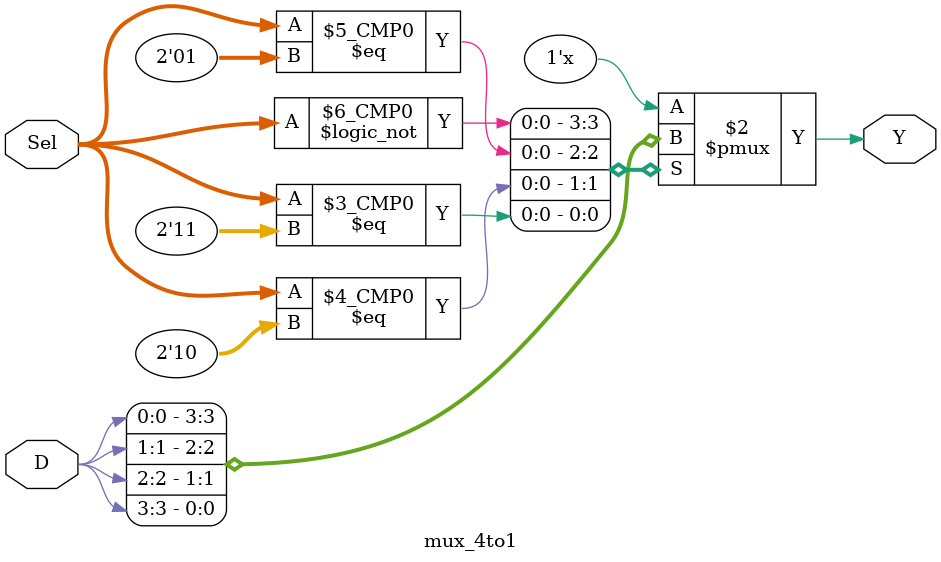
<source format=v>
module mux_4to1 (
    input wire [3:0] D,  // 4 个输入信号
    input wire [1:0] Sel, // 2 位选择信号
    output reg Y         // 输出信号
);

    // 使用 case 语句实现多路复用器
    always @(*) begin
        case (Sel)
            2'b00: Y = D[0]; // 当 Sel 为 00 时，选择 D[0]
            2'b01: Y = D[1]; // 当 Sel 为 01 时，选择 D[1]
            2'b10: Y = D[2]; // 当 Sel 为 10 时，选择 D[2]
            2'b11: Y = D[3]; // 当 Sel 为 11 时，选择 D[3]
            default: Y = 1'b0; // 默认输出 0
        endcase
    end

endmodule

</source>
